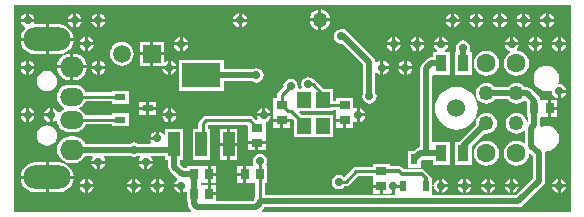
<source format=gbl>
G04*
G04 #@! TF.GenerationSoftware,Altium Limited,Altium Designer,18.1.11 (251)*
G04*
G04 Layer_Physical_Order=2*
G04 Layer_Color=16711680*
%FSLAX25Y25*%
%MOIN*%
G70*
G01*
G75*
%ADD14C,0.01181*%
%ADD15C,0.01000*%
%ADD16R,0.03740X0.02756*%
%ADD17R,0.02756X0.03740*%
%ADD37C,0.01968*%
%ADD39C,0.05906*%
%ADD40R,0.05906X0.05906*%
%ADD41C,0.06299*%
%ADD42C,0.04921*%
%ADD43C,0.06000*%
%ADD44O,0.07874X0.06890*%
%ADD45O,0.07874X0.05906*%
%ADD46O,0.15748X0.07874*%
%ADD47C,0.02756*%
%ADD48C,0.05000*%
%ADD49R,0.03740X0.05512*%
%ADD50R,0.02362X0.03543*%
%ADD51R,0.03543X0.02362*%
%ADD52R,0.04724X0.05512*%
%ADD53R,0.12795X0.08465*%
%ADD54R,0.03937X0.08465*%
G36*
X460583Y259000D02*
X357783Y259000D01*
X357576Y259500D01*
X358431Y260354D01*
X358512Y260477D01*
X443159D01*
X443934Y260631D01*
X444590Y261069D01*
X451431Y267910D01*
X451869Y268566D01*
X452023Y269340D01*
Y278441D01*
X451947Y278823D01*
X452367Y279273D01*
X452500Y279255D01*
X453599Y279400D01*
X454623Y279824D01*
X455502Y280498D01*
X456176Y281378D01*
X456600Y282401D01*
X456745Y283500D01*
X456600Y284599D01*
X456176Y285623D01*
X455502Y286502D01*
X454623Y287176D01*
X453599Y287600D01*
X452500Y287745D01*
X451401Y287600D01*
X450862Y287377D01*
X450423Y287737D01*
X450464Y287941D01*
Y290276D01*
X450818Y290630D01*
X451181D01*
X451319Y290630D01*
X453059D01*
Y293500D01*
Y296370D01*
X451319D01*
X451181Y296370D01*
X450819D01*
X450681Y296370D01*
X450402D01*
X450310Y296833D01*
X449871Y297490D01*
X447431Y299931D01*
X446774Y300369D01*
X446000Y300523D01*
X445310D01*
X444968Y300968D01*
X444245Y301523D01*
X443403Y301871D01*
X442500Y301991D01*
X441597Y301871D01*
X440755Y301523D01*
X440032Y300968D01*
X439690Y300523D01*
X435310D01*
X434968Y300968D01*
X434245Y301523D01*
X433403Y301871D01*
X432500Y301991D01*
X431597Y301871D01*
X430755Y301523D01*
X430032Y300968D01*
X429477Y300245D01*
X429128Y299403D01*
X429009Y298500D01*
X429128Y297597D01*
X429477Y296755D01*
X430032Y296032D01*
X430755Y295477D01*
X431597Y295128D01*
X432500Y295009D01*
X433403Y295128D01*
X434245Y295477D01*
X434968Y296032D01*
X435310Y296477D01*
X439690D01*
X440032Y296032D01*
X440755Y295477D01*
X441597Y295128D01*
X442500Y295009D01*
X443403Y295128D01*
X444245Y295477D01*
X444968Y296032D01*
X445015Y296093D01*
X445514Y296125D01*
X446063Y295576D01*
Y290630D01*
X446418D01*
Y289085D01*
X445918Y289052D01*
X445872Y289403D01*
X445523Y290245D01*
X444968Y290968D01*
X444245Y291523D01*
X443403Y291872D01*
X442500Y291990D01*
X441597Y291872D01*
X440755Y291523D01*
X440032Y290968D01*
X439477Y290245D01*
X439128Y289403D01*
X439010Y288500D01*
X439128Y287597D01*
X439477Y286755D01*
X440032Y286032D01*
X440755Y285477D01*
X441597Y285128D01*
X442500Y285010D01*
X443403Y285128D01*
X444245Y285477D01*
X444968Y286032D01*
X445003Y286078D01*
X445477Y285917D01*
Y282077D01*
X444977Y281830D01*
X444593Y282125D01*
X443583Y282543D01*
X442500Y282685D01*
X441417Y282543D01*
X440407Y282125D01*
X439540Y281459D01*
X438875Y280593D01*
X438457Y279583D01*
X438315Y278500D01*
X438457Y277417D01*
X438875Y276407D01*
X439540Y275540D01*
X440407Y274875D01*
X441417Y274457D01*
X442500Y274315D01*
X443583Y274457D01*
X444593Y274875D01*
X445460Y275540D01*
X446125Y276407D01*
X446543Y277417D01*
X446649Y278224D01*
X447177Y278403D01*
X447977Y277603D01*
Y270179D01*
X442321Y264523D01*
X414848D01*
X414421Y264701D01*
X414421Y265023D01*
Y267553D01*
X414921Y267602D01*
X414969Y267363D01*
X415083Y266789D01*
X415609Y266002D01*
X416395Y265477D01*
X416823Y265392D01*
Y267717D01*
Y270042D01*
X416395Y269957D01*
X415609Y269431D01*
X415083Y268644D01*
X414969Y268071D01*
X414921Y267831D01*
X414421Y267880D01*
Y270244D01*
X413862D01*
Y270260D01*
X413738Y270880D01*
X413387Y271407D01*
X412147Y272647D01*
X411621Y272998D01*
X411000Y273122D01*
X405172D01*
X404588Y273706D01*
X404062Y274057D01*
X403441Y274181D01*
X400370D01*
Y274937D01*
X394630D01*
Y274088D01*
X389189D01*
X388604Y273972D01*
X388107Y273640D01*
X385179Y270712D01*
X385051Y270724D01*
X384264Y271250D01*
X383336Y271434D01*
X382408Y271250D01*
X381622Y270724D01*
X381096Y269938D01*
X380911Y269010D01*
X381096Y268082D01*
X381622Y267295D01*
X382408Y266770D01*
X383336Y266585D01*
X384264Y266770D01*
X385051Y267295D01*
X385174Y267480D01*
X385640D01*
X386225Y267597D01*
X386721Y267928D01*
X389823Y271030D01*
X394630D01*
Y270181D01*
X394630D01*
Y269819D01*
X394630D01*
Y267941D01*
X397500D01*
Y267441D01*
X398000D01*
Y265063D01*
X400370D01*
X400370Y265063D01*
Y265063D01*
X400870Y265163D01*
X401000Y265137D01*
Y267462D01*
X402000D01*
Y264796D01*
X402159Y264659D01*
X402158Y264643D01*
X402077Y264523D01*
X358529D01*
Y268630D01*
X359378D01*
Y274370D01*
X359378D01*
X359147Y274803D01*
X359240Y274942D01*
X359424Y275870D01*
X359240Y276798D01*
X358714Y277585D01*
X357928Y278110D01*
X357000Y278295D01*
X356072Y278110D01*
X355286Y277585D01*
X354760Y276798D01*
X354575Y275870D01*
X354760Y274942D01*
X354853Y274803D01*
X354622Y274370D01*
X354260D01*
X354122Y274370D01*
X352382D01*
Y271500D01*
Y268630D01*
X354122D01*
X354260Y268630D01*
X354622D01*
X354760Y268630D01*
X355471D01*
Y263783D01*
X355131Y263274D01*
X355007Y262653D01*
X354877Y262523D01*
X342437D01*
Y264500D01*
X340059D01*
Y265000D01*
X339559D01*
Y267870D01*
X337681D01*
Y267870D01*
X337464D01*
X337347Y267952D01*
X337290Y268602D01*
X337318Y268630D01*
X337681D01*
X337819Y268630D01*
X339559D01*
Y271500D01*
Y274370D01*
X337819D01*
X337681Y274370D01*
X337319D01*
X337181Y274370D01*
X332563D01*
Y273523D01*
X331838D01*
X330468Y274893D01*
Y276252D01*
X331413D01*
Y286717D01*
X325476D01*
Y284692D01*
X324976Y284540D01*
X324549Y285179D01*
X323763Y285705D01*
X323335Y285790D01*
Y283465D01*
X322835D01*
Y282965D01*
X320510D01*
X320595Y282537D01*
X320791Y282244D01*
X320524Y281744D01*
X316252D01*
X315928Y281960D01*
X315000Y282145D01*
X314072Y281960D01*
X313748Y281744D01*
X298776D01*
X298686Y281962D01*
X297973Y282891D01*
X297045Y283603D01*
X295964Y284051D01*
X294803Y284204D01*
X293819D01*
X292658Y284051D01*
X291577Y283603D01*
X290649Y282891D01*
X289936Y281962D01*
X289488Y280881D01*
X289336Y279720D01*
X289488Y278560D01*
X289936Y277479D01*
X290649Y276550D01*
X291577Y275838D01*
X292658Y275390D01*
X293819Y275237D01*
X294803D01*
X295964Y275390D01*
X297045Y275838D01*
X297973Y276550D01*
X298686Y277479D01*
X298776Y277697D01*
X301191D01*
X301363Y277197D01*
X300910Y276519D01*
X300825Y276091D01*
X305475D01*
X305390Y276519D01*
X304936Y277197D01*
X305109Y277697D01*
X313748D01*
X314072Y277481D01*
X315000Y277296D01*
X315928Y277481D01*
X316252Y277697D01*
X316939D01*
X317111Y277197D01*
X316658Y276519D01*
X316573Y276091D01*
X321223D01*
X321138Y276519D01*
X320684Y277197D01*
X320857Y277697D01*
X325476D01*
Y276252D01*
X326422D01*
Y274055D01*
X326576Y273281D01*
X327014Y272625D01*
X329361Y270278D01*
X329342Y269664D01*
X328994Y269431D01*
X328469Y268644D01*
X328384Y268217D01*
X330709D01*
Y267717D01*
X331209D01*
Y265392D01*
X331637Y265477D01*
X332063Y265762D01*
X332563Y265494D01*
Y262130D01*
X332918D01*
Y261559D01*
X333072Y260785D01*
X333510Y260128D01*
X334139Y259500D01*
X333932Y259000D01*
X275000Y259000D01*
Y328000D01*
X460583Y328000D01*
Y259000D01*
D02*
G37*
%LPC*%
G36*
X377500Y326464D02*
Y323500D01*
X380464D01*
X380410Y323914D01*
X380057Y324765D01*
X379496Y325496D01*
X378765Y326057D01*
X377914Y326410D01*
X377500Y326464D01*
D02*
G37*
G36*
X376500D02*
X376086Y326410D01*
X375235Y326057D01*
X374504Y325496D01*
X373943Y324765D01*
X373590Y323914D01*
X373536Y323500D01*
X376500D01*
Y326464D01*
D02*
G37*
G36*
X453256Y325160D02*
Y323335D01*
X455081D01*
X454996Y323763D01*
X454471Y324549D01*
X453684Y325075D01*
X453256Y325160D01*
D02*
G37*
G36*
X452256D02*
X451828Y325075D01*
X451042Y324549D01*
X450516Y323763D01*
X450431Y323335D01*
X452256D01*
Y325160D01*
D02*
G37*
G36*
X445382D02*
Y323335D01*
X447207D01*
X447122Y323763D01*
X446596Y324549D01*
X445810Y325075D01*
X445382Y325160D01*
D02*
G37*
G36*
X444382D02*
X443954Y325075D01*
X443168Y324549D01*
X442642Y323763D01*
X442557Y323335D01*
X444382D01*
Y325160D01*
D02*
G37*
G36*
X437508D02*
Y323335D01*
X439333D01*
X439248Y323763D01*
X438723Y324549D01*
X437936Y325075D01*
X437508Y325160D01*
D02*
G37*
G36*
X436508D02*
X436080Y325075D01*
X435294Y324549D01*
X434768Y323763D01*
X434683Y323335D01*
X436508D01*
Y325160D01*
D02*
G37*
G36*
X429634D02*
Y323335D01*
X431459D01*
X431374Y323763D01*
X430849Y324549D01*
X430062Y325075D01*
X429634Y325160D01*
D02*
G37*
G36*
X428634D02*
X428206Y325075D01*
X427420Y324549D01*
X426894Y323763D01*
X426809Y323335D01*
X428634D01*
Y325160D01*
D02*
G37*
G36*
X421760D02*
Y323335D01*
X423585D01*
X423500Y323763D01*
X422974Y324549D01*
X422188Y325075D01*
X421760Y325160D01*
D02*
G37*
G36*
X420760D02*
X420332Y325075D01*
X419546Y324549D01*
X419020Y323763D01*
X418935Y323335D01*
X420760D01*
Y325160D01*
D02*
G37*
G36*
X350894D02*
Y323335D01*
X352719D01*
X352634Y323763D01*
X352108Y324549D01*
X351322Y325075D01*
X350894Y325160D01*
D02*
G37*
G36*
X349894D02*
X349466Y325075D01*
X348679Y324549D01*
X348154Y323763D01*
X348069Y323335D01*
X349894D01*
Y325160D01*
D02*
G37*
G36*
X303650D02*
Y323335D01*
X305475D01*
X305390Y323763D01*
X304864Y324549D01*
X304078Y325075D01*
X303650Y325160D01*
D02*
G37*
G36*
X302650D02*
X302222Y325075D01*
X301435Y324549D01*
X300910Y323763D01*
X300825Y323335D01*
X302650D01*
Y325160D01*
D02*
G37*
G36*
X295776D02*
Y323335D01*
X297601D01*
X297516Y323763D01*
X296990Y324549D01*
X296204Y325075D01*
X295776Y325160D01*
D02*
G37*
G36*
X294776D02*
X294348Y325075D01*
X293561Y324549D01*
X293036Y323763D01*
X292951Y323335D01*
X294776D01*
Y325160D01*
D02*
G37*
G36*
X280028D02*
Y323335D01*
X281853D01*
X281768Y323763D01*
X281242Y324549D01*
X280455Y325075D01*
X280028Y325160D01*
D02*
G37*
G36*
X279028D02*
X278600Y325075D01*
X277813Y324549D01*
X277288Y323763D01*
X277203Y323335D01*
X279028D01*
Y325160D01*
D02*
G37*
G36*
X455081Y322335D02*
X453256D01*
Y320510D01*
X453684Y320595D01*
X454471Y321120D01*
X454996Y321907D01*
X455081Y322335D01*
D02*
G37*
G36*
X452256D02*
X450431D01*
X450516Y321907D01*
X451042Y321120D01*
X451828Y320595D01*
X452256Y320510D01*
Y322335D01*
D02*
G37*
G36*
X447207D02*
X445382D01*
Y320510D01*
X445810Y320595D01*
X446596Y321120D01*
X447122Y321907D01*
X447207Y322335D01*
D02*
G37*
G36*
X444382D02*
X442557D01*
X442642Y321907D01*
X443168Y321120D01*
X443954Y320595D01*
X444382Y320510D01*
Y322335D01*
D02*
G37*
G36*
X439333D02*
X437508D01*
Y320510D01*
X437936Y320595D01*
X438723Y321120D01*
X439248Y321907D01*
X439333Y322335D01*
D02*
G37*
G36*
X436508D02*
X434683D01*
X434768Y321907D01*
X435294Y321120D01*
X436080Y320595D01*
X436508Y320510D01*
Y322335D01*
D02*
G37*
G36*
X431459D02*
X429634D01*
Y320510D01*
X430062Y320595D01*
X430849Y321120D01*
X431374Y321907D01*
X431459Y322335D01*
D02*
G37*
G36*
X428634D02*
X426809D01*
X426894Y321907D01*
X427420Y321120D01*
X428206Y320595D01*
X428634Y320510D01*
Y322335D01*
D02*
G37*
G36*
X423585D02*
X421760D01*
Y320510D01*
X422188Y320595D01*
X422974Y321120D01*
X423500Y321907D01*
X423585Y322335D01*
D02*
G37*
G36*
X420760D02*
X418935D01*
X419020Y321907D01*
X419546Y321120D01*
X420332Y320595D01*
X420760Y320510D01*
Y322335D01*
D02*
G37*
G36*
X352719D02*
X350894D01*
Y320510D01*
X351322Y320595D01*
X352108Y321120D01*
X352634Y321907D01*
X352719Y322335D01*
D02*
G37*
G36*
X349894D02*
X348069D01*
X348154Y321907D01*
X348679Y321120D01*
X349466Y320595D01*
X349894Y320510D01*
Y322335D01*
D02*
G37*
G36*
X305475D02*
X303650D01*
Y320510D01*
X304078Y320595D01*
X304864Y321120D01*
X305390Y321907D01*
X305475Y322335D01*
D02*
G37*
G36*
X302650D02*
X300825D01*
X300910Y321907D01*
X301435Y321120D01*
X302222Y320595D01*
X302650Y320510D01*
Y322335D01*
D02*
G37*
G36*
X297601D02*
X295776D01*
Y320510D01*
X296204Y320595D01*
X296990Y321120D01*
X297516Y321907D01*
X297601Y322335D01*
D02*
G37*
G36*
X294776D02*
X292951D01*
X293036Y321907D01*
X293561Y321120D01*
X294348Y320595D01*
X294776Y320510D01*
Y322335D01*
D02*
G37*
G36*
X384500Y320023D02*
X384002Y319924D01*
X384000Y319924D01*
X383072Y319740D01*
X382286Y319214D01*
X381760Y318428D01*
X381575Y317500D01*
X381760Y316572D01*
X382286Y315786D01*
X383072Y315260D01*
X384000Y315075D01*
X384470Y315169D01*
X391477Y308162D01*
Y298752D01*
X391260Y298428D01*
X391075Y297500D01*
X391260Y296572D01*
X391786Y295786D01*
X392572Y295260D01*
X393500Y295075D01*
X394428Y295260D01*
X395214Y295786D01*
X395740Y296572D01*
X395924Y297500D01*
X395740Y298428D01*
X395523Y298752D01*
Y305140D01*
X396023Y305306D01*
X396710Y304847D01*
X397138Y304762D01*
Y307087D01*
Y309412D01*
X396710Y309327D01*
X396023Y308868D01*
X395692Y308955D01*
X395508Y309079D01*
X395369Y309774D01*
X394931Y310431D01*
X385931Y319431D01*
X385274Y319869D01*
X384500Y320023D01*
D02*
G37*
G36*
X380464Y322500D02*
X377500D01*
Y319536D01*
X377914Y319590D01*
X378765Y319943D01*
X379496Y320504D01*
X380057Y321235D01*
X380410Y322086D01*
X380464Y322500D01*
D02*
G37*
G36*
X376500D02*
X373536D01*
X373590Y322086D01*
X373943Y321235D01*
X374504Y320504D01*
X375235Y319943D01*
X376086Y319590D01*
X376500Y319536D01*
Y322500D01*
D02*
G37*
G36*
X289980Y321511D02*
X286543D01*
Y317032D01*
X294894D01*
X294790Y317820D01*
X294293Y319021D01*
X293501Y320053D01*
X292470Y320844D01*
X291269Y321341D01*
X289980Y321511D01*
D02*
G37*
G36*
X281853Y322335D02*
X277203D01*
X277288Y321907D01*
X277813Y321120D01*
X278531Y320641D01*
X278662Y320111D01*
X278585Y320053D01*
X277794Y319021D01*
X277296Y317820D01*
X277192Y317032D01*
X285543D01*
Y321511D01*
X282106D01*
X282054Y321504D01*
X281781Y321973D01*
X281853Y322335D01*
D02*
G37*
G36*
X457193Y317286D02*
Y315461D01*
X459018D01*
X458933Y315889D01*
X458408Y316675D01*
X457621Y317201D01*
X457193Y317286D01*
D02*
G37*
G36*
X456193D02*
X455765Y317201D01*
X454979Y316675D01*
X454453Y315889D01*
X454368Y315461D01*
X456193D01*
Y317286D01*
D02*
G37*
G36*
X449319D02*
Y315461D01*
X451144D01*
X451059Y315889D01*
X450534Y316675D01*
X449747Y317201D01*
X449319Y317286D01*
D02*
G37*
G36*
X448319D02*
X447891Y317201D01*
X447105Y316675D01*
X446579Y315889D01*
X446494Y315461D01*
X448319D01*
Y317286D01*
D02*
G37*
G36*
X441445D02*
Y315461D01*
X443270D01*
X443185Y315889D01*
X442660Y316675D01*
X441873Y317201D01*
X441445Y317286D01*
D02*
G37*
G36*
X440445D02*
X440017Y317201D01*
X439231Y316675D01*
X438705Y315889D01*
X438620Y315461D01*
X440445D01*
Y317286D01*
D02*
G37*
G36*
X417823D02*
Y315461D01*
X419648D01*
X419563Y315889D01*
X419037Y316675D01*
X418251Y317201D01*
X417823Y317286D01*
D02*
G37*
G36*
X416823D02*
X416395Y317201D01*
X415609Y316675D01*
X415083Y315889D01*
X414998Y315461D01*
X416823D01*
Y317286D01*
D02*
G37*
G36*
X409949D02*
Y315461D01*
X411774D01*
X411689Y315889D01*
X411164Y316675D01*
X410377Y317201D01*
X409949Y317286D01*
D02*
G37*
G36*
X408949D02*
X408521Y317201D01*
X407735Y316675D01*
X407209Y315889D01*
X407124Y315461D01*
X408949D01*
Y317286D01*
D02*
G37*
G36*
X402075D02*
Y315461D01*
X403900D01*
X403815Y315889D01*
X403289Y316675D01*
X402503Y317201D01*
X402075Y317286D01*
D02*
G37*
G36*
X401075D02*
X400647Y317201D01*
X399861Y316675D01*
X399335Y315889D01*
X399250Y315461D01*
X401075D01*
Y317286D01*
D02*
G37*
G36*
X331209D02*
Y315461D01*
X333034D01*
X332949Y315889D01*
X332423Y316675D01*
X331637Y317201D01*
X331209Y317286D01*
D02*
G37*
G36*
X330209D02*
X329781Y317201D01*
X328994Y316675D01*
X328469Y315889D01*
X328384Y315461D01*
X330209D01*
Y317286D01*
D02*
G37*
G36*
X299713D02*
Y315461D01*
X301538D01*
X301453Y315889D01*
X300927Y316675D01*
X300141Y317201D01*
X299713Y317286D01*
D02*
G37*
G36*
X298713D02*
X298285Y317201D01*
X297498Y316675D01*
X296973Y315889D01*
X296888Y315461D01*
X298713D01*
Y317286D01*
D02*
G37*
G36*
X333034Y314461D02*
X331209D01*
Y312636D01*
X331637Y312721D01*
X332423Y313246D01*
X332949Y314033D01*
X333034Y314461D01*
D02*
G37*
G36*
X330209D02*
X328384D01*
X328469Y314033D01*
X328994Y313246D01*
X329781Y312721D01*
X330209Y312636D01*
Y314461D01*
D02*
G37*
G36*
X301538D02*
X299713D01*
Y312636D01*
X300141Y312721D01*
X300927Y313246D01*
X301453Y314033D01*
X301538Y314461D01*
D02*
G37*
G36*
X298713D02*
X296888D01*
X296973Y314033D01*
X297498Y313246D01*
X298285Y312721D01*
X298713Y312636D01*
Y314461D01*
D02*
G37*
G36*
X459018D02*
X457193D01*
Y312636D01*
X457621Y312721D01*
X458408Y313246D01*
X458933Y314033D01*
X459018Y314461D01*
D02*
G37*
G36*
X456193D02*
X454368D01*
X454453Y314033D01*
X454979Y313246D01*
X455765Y312721D01*
X456193Y312636D01*
Y314461D01*
D02*
G37*
G36*
X451144D02*
X449319D01*
Y312636D01*
X449747Y312721D01*
X450534Y313246D01*
X451059Y314033D01*
X451144Y314461D01*
D02*
G37*
G36*
X448319D02*
X446494D01*
X446579Y314033D01*
X447105Y313246D01*
X447891Y312721D01*
X448319Y312636D01*
Y314461D01*
D02*
G37*
G36*
X411774D02*
X409949D01*
Y312636D01*
X410377Y312721D01*
X411164Y313246D01*
X411689Y314033D01*
X411774Y314461D01*
D02*
G37*
G36*
X408949D02*
X407124D01*
X407209Y314033D01*
X407735Y313246D01*
X408521Y312721D01*
X408949Y312636D01*
Y314461D01*
D02*
G37*
G36*
X403900D02*
X402075D01*
Y312636D01*
X402503Y312721D01*
X403289Y313246D01*
X403815Y314033D01*
X403900Y314461D01*
D02*
G37*
G36*
X401075D02*
X399250D01*
X399335Y314033D01*
X399861Y313246D01*
X400647Y312721D01*
X401075Y312636D01*
Y314461D01*
D02*
G37*
G36*
X324953Y315669D02*
X321500D01*
Y312216D01*
X324953D01*
Y315669D01*
D02*
G37*
G36*
X320500D02*
X317047D01*
Y312216D01*
X320500D01*
Y315669D01*
D02*
G37*
G36*
X294894Y316032D02*
X286543D01*
Y311552D01*
X289980D01*
X291269Y311722D01*
X292470Y312219D01*
X293501Y313010D01*
X294293Y314042D01*
X294790Y315243D01*
X294894Y316032D01*
D02*
G37*
G36*
X285543D02*
X277192D01*
X277296Y315243D01*
X277794Y314042D01*
X278585Y313010D01*
X279616Y312219D01*
X280818Y311722D01*
X282106Y311552D01*
X285543D01*
Y316032D01*
D02*
G37*
G36*
X294811Y311762D02*
Y307780D01*
X299221D01*
X299134Y308440D01*
X298686Y309521D01*
X297973Y310450D01*
X297045Y311162D01*
X295964Y311610D01*
X294811Y311762D01*
D02*
G37*
G36*
X293811Y311762D02*
X292658Y311610D01*
X291577Y311162D01*
X290649Y310450D01*
X289936Y309521D01*
X289488Y308440D01*
X289402Y307780D01*
X293811D01*
Y311762D01*
D02*
G37*
G36*
X320500Y311216D02*
X317047D01*
Y307763D01*
X320500D01*
Y311216D01*
D02*
G37*
G36*
X311000Y315703D02*
X309968Y315567D01*
X309007Y315169D01*
X308181Y314535D01*
X307547Y313709D01*
X307149Y312748D01*
X307013Y311716D01*
X307149Y310684D01*
X307547Y309723D01*
X308181Y308897D01*
X309007Y308263D01*
X309968Y307865D01*
X311000Y307729D01*
X312032Y307865D01*
X312993Y308263D01*
X313819Y308897D01*
X314453Y309723D01*
X314851Y310684D01*
X314987Y311716D01*
X314851Y312748D01*
X314453Y313709D01*
X313819Y314535D01*
X312993Y315169D01*
X312032Y315567D01*
X311000Y315703D01*
D02*
G37*
G36*
X406012Y309412D02*
Y307587D01*
X407837D01*
X407752Y308015D01*
X407226Y308801D01*
X406440Y309327D01*
X406012Y309412D01*
D02*
G37*
G36*
X405012D02*
X404584Y309327D01*
X403798Y308801D01*
X403272Y308015D01*
X403187Y307587D01*
X405012D01*
Y309412D01*
D02*
G37*
G36*
X398138D02*
Y307587D01*
X399963D01*
X399878Y308015D01*
X399352Y308801D01*
X398566Y309327D01*
X398138Y309412D01*
D02*
G37*
G36*
X327272D02*
Y307587D01*
X329097D01*
X329012Y308015D01*
X328486Y308801D01*
X327700Y309327D01*
X327272Y309412D01*
D02*
G37*
G36*
X324953Y311216D02*
X321500D01*
Y307763D01*
X324088D01*
X324233Y307587D01*
X326272D01*
Y309412D01*
X325844Y309327D01*
X325453Y309065D01*
X324953Y309333D01*
Y311216D01*
D02*
G37*
G36*
X303650Y309412D02*
Y307587D01*
X305475D01*
X305390Y308015D01*
X304864Y308801D01*
X304078Y309327D01*
X303650Y309412D01*
D02*
G37*
G36*
X302650D02*
X302222Y309327D01*
X301435Y308801D01*
X300910Y308015D01*
X300825Y307587D01*
X302650D01*
Y309412D01*
D02*
G37*
G36*
X280028D02*
Y307587D01*
X281853D01*
X281768Y308015D01*
X281242Y308801D01*
X280455Y309327D01*
X280028Y309412D01*
D02*
G37*
G36*
X279028D02*
X278600Y309327D01*
X277813Y308801D01*
X277288Y308015D01*
X277203Y307587D01*
X279028D01*
Y309412D01*
D02*
G37*
G36*
X407837Y306587D02*
X406012D01*
Y304762D01*
X406440Y304847D01*
X407226Y305372D01*
X407752Y306159D01*
X407837Y306587D01*
D02*
G37*
G36*
X405012D02*
X403187D01*
X403272Y306159D01*
X403798Y305372D01*
X404584Y304847D01*
X405012Y304762D01*
Y306587D01*
D02*
G37*
G36*
X399963D02*
X398138D01*
Y304762D01*
X398566Y304847D01*
X399352Y305372D01*
X399878Y306159D01*
X399963Y306587D01*
D02*
G37*
G36*
X329097D02*
X327272D01*
Y304762D01*
X327700Y304847D01*
X328486Y305372D01*
X329012Y306159D01*
X329097Y306587D01*
D02*
G37*
G36*
X326272D02*
X324447D01*
X324532Y306159D01*
X325057Y305372D01*
X325844Y304847D01*
X326272Y304762D01*
Y306587D01*
D02*
G37*
G36*
X305475D02*
X303650D01*
Y304762D01*
X304078Y304847D01*
X304864Y305372D01*
X305390Y306159D01*
X305475Y306587D01*
D02*
G37*
G36*
X302650D02*
X300825D01*
X300910Y306159D01*
X301435Y305372D01*
X302222Y304847D01*
X302650Y304762D01*
Y306587D01*
D02*
G37*
G36*
X281853D02*
X280028D01*
Y304762D01*
X280455Y304847D01*
X281242Y305372D01*
X281768Y306159D01*
X281853Y306587D01*
D02*
G37*
G36*
X279028D02*
X277203D01*
X277288Y306159D01*
X277813Y305372D01*
X278600Y304847D01*
X279028Y304762D01*
Y306587D01*
D02*
G37*
G36*
X424697Y316138D02*
X423769Y315953D01*
X422983Y315428D01*
X422457Y314641D01*
X422272Y313713D01*
X422457Y312786D01*
X422477Y312756D01*
X422210Y312256D01*
X421913D01*
Y304744D01*
X427654D01*
Y312256D01*
X427138D01*
X426917Y312756D01*
X426937Y312786D01*
X427122Y313713D01*
X426937Y314641D01*
X426411Y315428D01*
X425625Y315953D01*
X424697Y316138D01*
D02*
G37*
G36*
X443270Y314461D02*
X438620D01*
X438705Y314033D01*
X439231Y313246D01*
X440017Y312721D01*
X440370Y312651D01*
X440422Y312131D01*
X440407Y312125D01*
X439540Y311459D01*
X438875Y310593D01*
X438457Y309583D01*
X438315Y308500D01*
X438457Y307417D01*
X438875Y306407D01*
X439540Y305540D01*
X440407Y304875D01*
X441417Y304457D01*
X442500Y304315D01*
X443583Y304457D01*
X444593Y304875D01*
X445460Y305540D01*
X446125Y306407D01*
X446543Y307417D01*
X446685Y308500D01*
X446543Y309583D01*
X446125Y310593D01*
X445460Y311459D01*
X444593Y312125D01*
X443583Y312543D01*
X442684Y312661D01*
X442560Y313180D01*
X442660Y313246D01*
X443185Y314033D01*
X443270Y314461D01*
D02*
G37*
G36*
X432500Y312685D02*
X431417Y312543D01*
X430407Y312125D01*
X429540Y311459D01*
X428875Y310593D01*
X428457Y309583D01*
X428315Y308500D01*
X428457Y307417D01*
X428875Y306407D01*
X429540Y305540D01*
X430407Y304875D01*
X431417Y304457D01*
X432500Y304315D01*
X433583Y304457D01*
X434593Y304875D01*
X435460Y305540D01*
X436125Y306407D01*
X436543Y307417D01*
X436685Y308500D01*
X436543Y309583D01*
X436125Y310593D01*
X435460Y311459D01*
X434593Y312125D01*
X433583Y312543D01*
X432500Y312685D01*
D02*
G37*
G36*
X299221Y306780D02*
X294811D01*
Y302797D01*
X295964Y302949D01*
X297045Y303397D01*
X297973Y304109D01*
X298686Y305038D01*
X299134Y306119D01*
X299221Y306780D01*
D02*
G37*
G36*
X293811D02*
X289402D01*
X289488Y306119D01*
X289936Y305038D01*
X290649Y304109D01*
X291577Y303397D01*
X292658Y302949D01*
X293811Y302797D01*
Y306780D01*
D02*
G37*
G36*
X344898Y309748D02*
X330102D01*
Y299284D01*
X344898D01*
Y302493D01*
X354574D01*
X354923Y302260D01*
X355850Y302076D01*
X356778Y302260D01*
X357565Y302786D01*
X358090Y303572D01*
X358275Y304500D01*
X358090Y305428D01*
X357565Y306214D01*
X356778Y306740D01*
X355850Y306925D01*
X354923Y306740D01*
X354622Y306539D01*
X344898D01*
Y309748D01*
D02*
G37*
G36*
X373161Y303947D02*
X372234Y303763D01*
X371447Y303237D01*
X370921Y302451D01*
X370737Y301523D01*
X370921Y300595D01*
X370967Y300528D01*
X370731Y300087D01*
X369917D01*
X369599Y300473D01*
X369704Y301000D01*
X369519Y301928D01*
X368994Y302714D01*
X368207Y303240D01*
X367280Y303425D01*
X366352Y303240D01*
X365565Y302714D01*
X365039Y301928D01*
X364855Y301000D01*
X364898Y300782D01*
X363139Y299022D01*
X362807Y298526D01*
X362691Y297941D01*
Y296937D01*
X361350D01*
Y292319D01*
X361350Y292181D01*
X361350D01*
Y291819D01*
X361350D01*
Y289941D01*
X367091D01*
Y290093D01*
X367552Y290285D01*
X368209Y289629D01*
Y283913D01*
X381232D01*
Y291425D01*
X370738D01*
X370050Y292113D01*
X370241Y292575D01*
X381232D01*
Y293030D01*
X382350D01*
Y292181D01*
X382350Y292181D01*
Y291819D01*
X382350D01*
X382350Y291681D01*
Y289941D01*
X385221D01*
Y289441D01*
X385720D01*
Y287063D01*
X388090D01*
Y289067D01*
X388531Y289302D01*
X388836Y289099D01*
X389264Y289014D01*
Y291339D01*
Y293664D01*
X388836Y293579D01*
X388531Y293375D01*
X388090Y293611D01*
Y296937D01*
X382350D01*
Y296088D01*
X381232D01*
Y300087D01*
X378230D01*
X375712Y302604D01*
X375216Y302936D01*
X375056Y302968D01*
X374876Y303237D01*
X374089Y303763D01*
X373161Y303947D01*
D02*
G37*
G36*
X286043Y305946D02*
X285166Y305831D01*
X284348Y305492D01*
X283645Y304953D01*
X283106Y304251D01*
X282768Y303433D01*
X282652Y302555D01*
X282768Y301677D01*
X283106Y300859D01*
X283645Y300157D01*
X284348Y299618D01*
X285166Y299279D01*
X286043Y299164D01*
X286921Y299279D01*
X287739Y299618D01*
X288441Y300157D01*
X288980Y300859D01*
X289319Y301677D01*
X289435Y302555D01*
X289319Y303433D01*
X288980Y304251D01*
X288441Y304953D01*
X287739Y305492D01*
X286921Y305831D01*
X286043Y305946D01*
D02*
G37*
G36*
X459018Y298713D02*
X457193D01*
Y296888D01*
X457621Y296973D01*
X458408Y297498D01*
X458933Y298285D01*
X459018Y298713D01*
D02*
G37*
G36*
X452500Y307745D02*
X451401Y307600D01*
X450378Y307176D01*
X449498Y306502D01*
X448824Y305623D01*
X448400Y304599D01*
X448255Y303500D01*
X448400Y302401D01*
X448824Y301378D01*
X449498Y300498D01*
X450378Y299824D01*
X451401Y299400D01*
X452500Y299255D01*
X453599Y299400D01*
X453893Y299521D01*
X454007Y299427D01*
X454283Y299142D01*
X454453Y298285D01*
X454979Y297498D01*
X455765Y296973D01*
X456193Y296888D01*
Y299213D01*
X456693D01*
Y299713D01*
X459018D01*
X458933Y300141D01*
X458408Y300927D01*
X457621Y301453D01*
X456815Y301613D01*
X456460Y302062D01*
X456600Y302401D01*
X456745Y303500D01*
X456600Y304599D01*
X456176Y305623D01*
X455502Y306502D01*
X454623Y307176D01*
X453599Y307600D01*
X452500Y307745D01*
D02*
G37*
G36*
X295295Y301424D02*
X293327D01*
X292295Y301288D01*
X291333Y300890D01*
X290508Y300256D01*
X289874Y299430D01*
X289476Y298469D01*
X289340Y297437D01*
X289476Y296405D01*
X289874Y295444D01*
X290508Y294618D01*
X291333Y293984D01*
X291849Y293771D01*
Y293229D01*
X291333Y293016D01*
X290508Y292382D01*
X290207Y291990D01*
X289672Y292114D01*
X289642Y292267D01*
X289116Y293053D01*
X288330Y293579D01*
X287902Y293664D01*
Y291339D01*
Y289014D01*
X288330Y289099D01*
X288851Y289447D01*
X289387Y289204D01*
X289476Y288531D01*
X289874Y287570D01*
X290508Y286744D01*
X291333Y286110D01*
X292295Y285712D01*
X293327Y285576D01*
X295295D01*
X296327Y285712D01*
X297289Y286110D01*
X298114Y286744D01*
X298748Y287570D01*
X299022Y288230D01*
X307701D01*
Y287579D01*
X313244D01*
Y291941D01*
X307701D01*
Y291289D01*
X298859D01*
X298748Y291556D01*
X298114Y292382D01*
X297289Y293016D01*
X296773Y293229D01*
Y293771D01*
X297289Y293984D01*
X298114Y294618D01*
X298748Y295444D01*
X298940Y295908D01*
X307701D01*
Y295059D01*
X313244D01*
Y299421D01*
X307701D01*
Y298966D01*
X298940D01*
X298748Y299430D01*
X298114Y300256D01*
X297289Y300890D01*
X296327Y301288D01*
X295295Y301424D01*
D02*
G37*
G36*
X454059Y296370D02*
Y294000D01*
X455937D01*
Y296370D01*
X454059D01*
D02*
G37*
G36*
X322299Y295681D02*
X320028D01*
Y294000D01*
X322299D01*
Y295681D01*
D02*
G37*
G36*
X319028D02*
X316756D01*
Y294000D01*
X319028D01*
Y295681D01*
D02*
G37*
G36*
X390264Y293664D02*
Y291839D01*
X392089D01*
X392004Y292267D01*
X391478Y293053D01*
X390692Y293579D01*
X390264Y293664D01*
D02*
G37*
G36*
X358768D02*
Y291839D01*
X360593D01*
X360508Y292267D01*
X359982Y293053D01*
X359196Y293579D01*
X358768Y293664D01*
D02*
G37*
G36*
X357768D02*
X357340Y293579D01*
X356554Y293053D01*
X356028Y292267D01*
X355943Y291839D01*
X357768D01*
Y293664D01*
D02*
G37*
G36*
X327272D02*
Y291839D01*
X329097D01*
X329012Y292267D01*
X328486Y293053D01*
X327700Y293579D01*
X327272Y293664D01*
D02*
G37*
G36*
X326272D02*
X325844Y293579D01*
X325057Y293053D01*
X324532Y292267D01*
X324447Y291839D01*
X326272D01*
Y293664D01*
D02*
G37*
G36*
X286902D02*
X286474Y293579D01*
X285687Y293053D01*
X285162Y292267D01*
X285077Y291839D01*
X286902D01*
Y293664D01*
D02*
G37*
G36*
X280028D02*
Y291839D01*
X281853D01*
X281768Y292267D01*
X281242Y293053D01*
X280455Y293579D01*
X280028Y293664D01*
D02*
G37*
G36*
X279028D02*
X278600Y293579D01*
X277813Y293053D01*
X277288Y292267D01*
X277203Y291839D01*
X279028D01*
Y293664D01*
D02*
G37*
G36*
X322299Y293000D02*
X320028D01*
Y291319D01*
X322299D01*
Y293000D01*
D02*
G37*
G36*
X319028D02*
X316756D01*
Y291319D01*
X319028D01*
Y293000D01*
D02*
G37*
G36*
X455937Y293000D02*
X454059D01*
Y290630D01*
X455937D01*
Y293000D01*
D02*
G37*
G36*
X329097Y290839D02*
X327272D01*
Y289014D01*
X327700Y289099D01*
X328486Y289624D01*
X329012Y290411D01*
X329097Y290839D01*
D02*
G37*
G36*
X326272D02*
X324447D01*
X324532Y290411D01*
X325057Y289624D01*
X325844Y289099D01*
X326272Y289014D01*
Y290839D01*
D02*
G37*
G36*
X286902D02*
X285077D01*
X285162Y290411D01*
X285687Y289624D01*
X286474Y289099D01*
X286902Y289014D01*
Y290839D01*
D02*
G37*
G36*
X281853D02*
X280028D01*
Y289014D01*
X280455Y289099D01*
X281242Y289624D01*
X281768Y290411D01*
X281853Y290839D01*
D02*
G37*
G36*
X279028D02*
X277203D01*
X277288Y290411D01*
X277813Y289624D01*
X278600Y289099D01*
X279028Y289014D01*
Y290839D01*
D02*
G37*
G36*
X392089D02*
X390264D01*
Y289014D01*
X390692Y289099D01*
X391478Y289624D01*
X392004Y290411D01*
X392089Y290839D01*
D02*
G37*
G36*
X384720Y288941D02*
X382350D01*
Y287063D01*
X384720D01*
Y288941D01*
D02*
G37*
G36*
X367091D02*
X364721D01*
Y287063D01*
X367091D01*
Y288941D01*
D02*
G37*
G36*
X363720D02*
X361350D01*
Y287063D01*
X363720D01*
Y288941D01*
D02*
G37*
G36*
X422500Y300637D02*
X421108Y300500D01*
X419769Y300094D01*
X418535Y299434D01*
X417454Y298546D01*
X416566Y297465D01*
X415906Y296231D01*
X415500Y294892D01*
X415363Y293500D01*
X415500Y292108D01*
X415906Y290769D01*
X416566Y289535D01*
X417454Y288454D01*
X418535Y287566D01*
X419769Y286907D01*
X421108Y286500D01*
X422500Y286363D01*
X423892Y286500D01*
X425231Y286907D01*
X426465Y287566D01*
X427546Y288454D01*
X428434Y289535D01*
X429094Y290769D01*
X429500Y292108D01*
X429637Y293500D01*
X429500Y294892D01*
X429094Y296231D01*
X428434Y297465D01*
X427546Y298546D01*
X426465Y299434D01*
X425231Y300094D01*
X423892Y300500D01*
X422500Y300637D01*
D02*
G37*
G36*
X432500Y291990D02*
X431597Y291872D01*
X430755Y291523D01*
X430032Y290968D01*
X429477Y290245D01*
X429128Y289403D01*
X429009Y288500D01*
X429083Y287944D01*
X423353Y282214D01*
X423341Y282197D01*
X421913D01*
Y274685D01*
X427654D01*
Y280792D01*
X431944Y285083D01*
X432500Y285010D01*
X433403Y285128D01*
X434245Y285477D01*
X434968Y286032D01*
X435523Y286755D01*
X435872Y287597D01*
X435990Y288500D01*
X435872Y289403D01*
X435523Y290245D01*
X434968Y290968D01*
X434245Y291523D01*
X433403Y291872D01*
X432500Y291990D01*
D02*
G37*
G36*
X322335Y285790D02*
X321907Y285705D01*
X321120Y285179D01*
X320595Y284392D01*
X320510Y283965D01*
X322335D01*
Y285790D01*
D02*
G37*
G36*
X353559Y291029D02*
X339000D01*
X338415Y290913D01*
X337919Y290581D01*
X336919Y289581D01*
X336587Y289085D01*
X336471Y288500D01*
Y286717D01*
X334531D01*
Y276252D01*
X340469D01*
Y286717D01*
X339529D01*
Y287866D01*
X339633Y287971D01*
X352715D01*
X353130Y287555D01*
Y284819D01*
X353130Y284681D01*
Y284319D01*
X353130Y284181D01*
Y282441D01*
X358870D01*
Y284181D01*
X358870Y284319D01*
Y284681D01*
X358870Y284819D01*
Y289034D01*
X359196Y289099D01*
X359982Y289624D01*
X360508Y290411D01*
X360593Y290839D01*
X355943D01*
X356028Y290411D01*
X356215Y290131D01*
X355971Y289631D01*
X355628Y289593D01*
X354641Y290581D01*
X354144Y290913D01*
X353559Y291029D01*
D02*
G37*
G36*
X349524Y286717D02*
X347055D01*
Y281984D01*
X349524D01*
Y286717D01*
D02*
G37*
G36*
X346055D02*
X343587D01*
Y281984D01*
X346055D01*
Y286717D01*
D02*
G37*
G36*
X286043Y287836D02*
X285166Y287720D01*
X284348Y287382D01*
X283645Y286843D01*
X283106Y286140D01*
X282768Y285323D01*
X282652Y284445D01*
X282768Y283567D01*
X283106Y282749D01*
X283645Y282047D01*
X284348Y281508D01*
X285166Y281169D01*
X286043Y281054D01*
X286921Y281169D01*
X287739Y281508D01*
X288441Y282047D01*
X288980Y282749D01*
X289319Y283567D01*
X289435Y284445D01*
X289319Y285323D01*
X288980Y286140D01*
X288441Y286843D01*
X287739Y287382D01*
X286921Y287720D01*
X286043Y287836D01*
D02*
G37*
G36*
X358870Y281441D02*
X356500D01*
Y279563D01*
X358870D01*
Y281441D01*
D02*
G37*
G36*
X355500D02*
X353130D01*
Y279563D01*
X355500D01*
Y281441D01*
D02*
G37*
G36*
X349524Y280984D02*
X347055D01*
Y276252D01*
X349524D01*
Y280984D01*
D02*
G37*
G36*
X346055D02*
X343587D01*
Y276252D01*
X346055D01*
Y280984D01*
D02*
G37*
G36*
X419648Y314461D02*
X414998D01*
X415083Y314033D01*
X415609Y313246D01*
X415945Y313022D01*
X416056Y312346D01*
X415987Y312256D01*
X414630D01*
Y310523D01*
X414083D01*
X413309Y310369D01*
X412653Y309931D01*
X411069Y308347D01*
X410631Y307691D01*
X410477Y306917D01*
Y280464D01*
X410413D01*
X409639Y280310D01*
X408983Y279872D01*
X408411Y279299D01*
X406319D01*
Y273756D01*
X410681D01*
Y275848D01*
X411251Y276418D01*
X414630D01*
Y274685D01*
X420370D01*
Y282197D01*
X414630D01*
X414523Y282653D01*
Y304288D01*
X414630Y304744D01*
X420370D01*
Y312256D01*
X418659D01*
X418590Y312346D01*
X418701Y313022D01*
X419037Y313246D01*
X419563Y314033D01*
X419648Y314461D01*
D02*
G37*
G36*
X432500Y282685D02*
X431417Y282543D01*
X430407Y282125D01*
X429540Y281459D01*
X428875Y280593D01*
X428457Y279583D01*
X428315Y278500D01*
X428457Y277417D01*
X428875Y276407D01*
X429540Y275540D01*
X430407Y274875D01*
X431417Y274457D01*
X432500Y274315D01*
X433583Y274457D01*
X434593Y274875D01*
X435460Y275540D01*
X436125Y276407D01*
X436543Y277417D01*
X436685Y278500D01*
X436543Y279583D01*
X436125Y280593D01*
X435460Y281459D01*
X434593Y282125D01*
X433583Y282543D01*
X432500Y282685D01*
D02*
G37*
G36*
X321223Y275091D02*
X319398D01*
Y273266D01*
X319826Y273351D01*
X320612Y273876D01*
X321138Y274663D01*
X321223Y275091D01*
D02*
G37*
G36*
X318398D02*
X316573D01*
X316658Y274663D01*
X317183Y273876D01*
X317970Y273351D01*
X318398Y273266D01*
Y275091D01*
D02*
G37*
G36*
X305475D02*
X303650D01*
Y273266D01*
X304078Y273351D01*
X304864Y273876D01*
X305390Y274663D01*
X305475Y275091D01*
D02*
G37*
G36*
X302650D02*
X300825D01*
X300910Y274663D01*
X301435Y273876D01*
X302222Y273351D01*
X302650Y273266D01*
Y275091D01*
D02*
G37*
G36*
X340559Y274370D02*
Y272000D01*
X342437D01*
Y274370D01*
X340559D01*
D02*
G37*
G36*
X351382D02*
X349504D01*
Y272000D01*
X351382D01*
Y274370D01*
D02*
G37*
G36*
X289980Y275448D02*
X286543D01*
Y270969D01*
X294894D01*
X294790Y271757D01*
X294293Y272958D01*
X293501Y273990D01*
X292470Y274781D01*
X291269Y275278D01*
X289980Y275448D01*
D02*
G37*
G36*
X285543D02*
X282106D01*
X280818Y275278D01*
X279616Y274781D01*
X278585Y273990D01*
X277794Y272958D01*
X277296Y271757D01*
X277192Y270969D01*
X285543D01*
Y275448D01*
D02*
G37*
G36*
X342437Y271000D02*
X340559D01*
Y268630D01*
X342437D01*
Y271000D01*
D02*
G37*
G36*
X351382Y271000D02*
X349504D01*
Y268630D01*
X351382D01*
Y271000D01*
D02*
G37*
G36*
X457193Y270042D02*
Y268217D01*
X459018D01*
X458933Y268644D01*
X458408Y269431D01*
X457621Y269957D01*
X457193Y270042D01*
D02*
G37*
G36*
X456193D02*
X455765Y269957D01*
X454979Y269431D01*
X454453Y268644D01*
X454368Y268217D01*
X456193D01*
Y270042D01*
D02*
G37*
G36*
X441445D02*
Y268217D01*
X443270D01*
X443185Y268644D01*
X442660Y269431D01*
X441873Y269957D01*
X441445Y270042D01*
D02*
G37*
G36*
X440445D02*
X440017Y269957D01*
X439231Y269431D01*
X438705Y268644D01*
X438620Y268217D01*
X440445D01*
Y270042D01*
D02*
G37*
G36*
X433571D02*
Y268217D01*
X435396D01*
X435311Y268644D01*
X434786Y269431D01*
X433999Y269957D01*
X433571Y270042D01*
D02*
G37*
G36*
X432571D02*
X432143Y269957D01*
X431357Y269431D01*
X430831Y268644D01*
X430746Y268217D01*
X432571D01*
Y270042D01*
D02*
G37*
G36*
X425697D02*
Y268217D01*
X427522D01*
X427437Y268644D01*
X426911Y269431D01*
X426125Y269957D01*
X425697Y270042D01*
D02*
G37*
G36*
X424697D02*
X424269Y269957D01*
X423483Y269431D01*
X422957Y268644D01*
X422872Y268217D01*
X424697D01*
Y270042D01*
D02*
G37*
G36*
X417823D02*
Y268217D01*
X419648D01*
X419563Y268644D01*
X419037Y269431D01*
X418251Y269957D01*
X417823Y270042D01*
D02*
G37*
G36*
X323335D02*
Y268217D01*
X325160D01*
X325075Y268644D01*
X324549Y269431D01*
X323763Y269957D01*
X323335Y270042D01*
D02*
G37*
G36*
X322335D02*
X321907Y269957D01*
X321120Y269431D01*
X320595Y268644D01*
X320510Y268217D01*
X322335D01*
Y270042D01*
D02*
G37*
G36*
X315461D02*
Y268217D01*
X317286D01*
X317201Y268644D01*
X316675Y269431D01*
X315889Y269957D01*
X315461Y270042D01*
D02*
G37*
G36*
X314461D02*
X314033Y269957D01*
X313246Y269431D01*
X312721Y268644D01*
X312636Y268217D01*
X314461D01*
Y270042D01*
D02*
G37*
G36*
X299713D02*
Y268217D01*
X301538D01*
X301453Y268644D01*
X300927Y269431D01*
X300141Y269957D01*
X299713Y270042D01*
D02*
G37*
G36*
X298713D02*
X298285Y269957D01*
X297498Y269431D01*
X296973Y268644D01*
X296888Y268217D01*
X298713D01*
Y270042D01*
D02*
G37*
G36*
X342437Y267870D02*
X340559D01*
Y265500D01*
X342437D01*
Y267870D01*
D02*
G37*
G36*
X294894Y269969D02*
X286543D01*
Y265489D01*
X289980D01*
X291269Y265659D01*
X292470Y266156D01*
X293501Y266947D01*
X294293Y267979D01*
X294790Y269180D01*
X294894Y269969D01*
D02*
G37*
G36*
X285543D02*
X277192D01*
X277296Y269180D01*
X277794Y267979D01*
X278585Y266947D01*
X279616Y266156D01*
X280818Y265659D01*
X282106Y265489D01*
X285543D01*
Y269969D01*
D02*
G37*
G36*
X459018Y267217D02*
X457193D01*
Y265392D01*
X457621Y265477D01*
X458408Y266002D01*
X458933Y266789D01*
X459018Y267217D01*
D02*
G37*
G36*
X456193D02*
X454368D01*
X454453Y266789D01*
X454979Y266002D01*
X455765Y265477D01*
X456193Y265392D01*
Y267217D01*
D02*
G37*
G36*
X443270D02*
X441445D01*
Y265392D01*
X441873Y265477D01*
X442660Y266002D01*
X443185Y266789D01*
X443270Y267217D01*
D02*
G37*
G36*
X440445D02*
X438620D01*
X438705Y266789D01*
X439231Y266002D01*
X440017Y265477D01*
X440445Y265392D01*
Y267217D01*
D02*
G37*
G36*
X435396D02*
X433571D01*
Y265392D01*
X433999Y265477D01*
X434786Y266002D01*
X435311Y266789D01*
X435396Y267217D01*
D02*
G37*
G36*
X432571D02*
X430746D01*
X430831Y266789D01*
X431357Y266002D01*
X432143Y265477D01*
X432571Y265392D01*
Y267217D01*
D02*
G37*
G36*
X427522D02*
X425697D01*
Y265392D01*
X426125Y265477D01*
X426911Y266002D01*
X427437Y266789D01*
X427522Y267217D01*
D02*
G37*
G36*
X424697D02*
X422872D01*
X422957Y266789D01*
X423483Y266002D01*
X424269Y265477D01*
X424697Y265392D01*
Y267217D01*
D02*
G37*
G36*
X419648D02*
X417823D01*
Y265392D01*
X418251Y265477D01*
X419037Y266002D01*
X419563Y266789D01*
X419648Y267217D01*
D02*
G37*
G36*
X330209D02*
X328384D01*
X328469Y266789D01*
X328994Y266002D01*
X329781Y265477D01*
X330209Y265392D01*
Y267217D01*
D02*
G37*
G36*
X325160D02*
X323335D01*
Y265392D01*
X323763Y265477D01*
X324549Y266002D01*
X325075Y266789D01*
X325160Y267217D01*
D02*
G37*
G36*
X322335D02*
X320510D01*
X320595Y266789D01*
X321120Y266002D01*
X321907Y265477D01*
X322335Y265392D01*
Y267217D01*
D02*
G37*
G36*
X317286D02*
X315461D01*
Y265392D01*
X315889Y265477D01*
X316675Y266002D01*
X317201Y266789D01*
X317286Y267217D01*
D02*
G37*
G36*
X314461D02*
X312636D01*
X312721Y266789D01*
X313246Y266002D01*
X314033Y265477D01*
X314461Y265392D01*
Y267217D01*
D02*
G37*
G36*
X301538D02*
X299713D01*
Y265392D01*
X300141Y265477D01*
X300927Y266002D01*
X301453Y266789D01*
X301538Y267217D01*
D02*
G37*
G36*
X298713D02*
X296888D01*
X296973Y266789D01*
X297498Y266002D01*
X298285Y265477D01*
X298713Y265392D01*
Y267217D01*
D02*
G37*
G36*
X397000Y266941D02*
X394630D01*
Y265063D01*
X397000D01*
Y266941D01*
D02*
G37*
%LPD*%
D14*
X397500Y272559D02*
X403441D01*
X404500Y271500D01*
X411000D01*
X412240Y270260D01*
Y267472D02*
Y270260D01*
D15*
X383336Y269010D02*
X385640D01*
X389189Y272559D01*
X397500D01*
X374630Y301523D02*
X378846Y297307D01*
X377870Y296331D02*
X378846Y297307D01*
X373161Y301523D02*
X374630D01*
X294311Y289563D02*
X294508Y289760D01*
X310472D01*
X401500Y267462D02*
X401510Y267472D01*
X404760D01*
X357000Y262500D02*
Y275870D01*
X364220Y297941D02*
X367280Y301000D01*
X364220Y294559D02*
Y297941D01*
X367500Y292500D02*
X371571Y288429D01*
X366280Y292500D02*
X367500D01*
X371571Y287669D02*
Y288429D01*
X379642Y294559D02*
X385221D01*
X377870Y296331D02*
X379642Y294559D01*
X364220D02*
X366280Y292500D01*
X337500Y281484D02*
X338000Y281984D01*
Y288500D01*
X339000Y289500D01*
X353559D01*
X356000Y287059D01*
X326681Y279720D02*
X328445Y281484D01*
X310276Y297437D02*
X310472Y297240D01*
X294311Y297437D02*
X310276D01*
D16*
X397500Y272559D02*
D03*
Y267441D02*
D03*
X356000Y287059D02*
D03*
Y281941D02*
D03*
X385221Y294559D02*
D03*
Y289441D02*
D03*
X364220Y294559D02*
D03*
Y289441D02*
D03*
D17*
X351882Y271500D02*
D03*
X357000D02*
D03*
X448441Y293500D02*
D03*
X453559D02*
D03*
X334941Y271500D02*
D03*
X340059D02*
D03*
X334941Y265000D02*
D03*
X340059D02*
D03*
D37*
X424697Y313713D02*
X424784Y313627D01*
Y308500D02*
Y313627D01*
X424500Y308784D02*
X424784Y308500D01*
X384500Y318000D02*
X393500Y309000D01*
X357000Y262500D02*
X443159D01*
X357000Y261785D02*
Y262500D01*
X443159D02*
X450000Y269340D01*
X414083Y308500D02*
X417500D01*
X412500Y306917D02*
X414083Y308500D01*
X412500Y278441D02*
Y306917D01*
Y278441D02*
X417500D01*
X410413D02*
X412500D01*
X408500Y276528D02*
X410413Y278441D01*
X424784Y280784D02*
X432500Y288500D01*
X424784Y278441D02*
Y280784D01*
X442500Y298500D02*
X446000D01*
X432500D02*
X442500D01*
X432000D02*
X432500D01*
X446000D02*
X448441Y296059D01*
Y293500D02*
Y296059D01*
X450000Y269340D02*
Y278441D01*
X447500Y280941D02*
X450000Y278441D01*
X447500Y280941D02*
Y287000D01*
X448441Y287941D02*
Y293500D01*
X447500Y287000D02*
X448441Y287941D01*
X384000Y317500D02*
X384500Y318000D01*
X393500Y297500D02*
Y309000D01*
X355715Y260500D02*
X357000Y261785D01*
X336000Y260500D02*
X355715D01*
X334941Y261559D02*
X336000Y260500D01*
X334941Y261559D02*
Y265000D01*
X355835Y304516D02*
X355850Y304500D01*
X337500Y304516D02*
X355835D01*
X294311Y279720D02*
X315000D01*
X326681D01*
X331000Y271500D02*
X334941D01*
X328445Y274055D02*
X331000Y271500D01*
X328445Y274055D02*
Y281484D01*
X334941Y265000D02*
Y271500D01*
D39*
X311000Y311716D02*
D03*
D40*
X321000D02*
D03*
D41*
X432500Y308500D02*
D03*
Y278500D02*
D03*
X442500D02*
D03*
Y308500D02*
D03*
D42*
X432500Y298500D02*
D03*
Y288500D02*
D03*
X442500Y298500D02*
D03*
Y288500D02*
D03*
D43*
X422500Y293500D02*
D03*
D44*
X294311Y307279D02*
D03*
Y279720D02*
D03*
D45*
Y297437D02*
D03*
Y289563D02*
D03*
D46*
X286043Y270468D02*
D03*
Y316531D02*
D03*
D47*
X424697Y313713D02*
D03*
X383336Y269010D02*
D03*
X373161Y301523D02*
D03*
X456693Y314961D02*
D03*
Y299213D02*
D03*
Y267717D02*
D03*
X452756Y322835D02*
D03*
X448819Y314961D02*
D03*
X444882Y322835D02*
D03*
X440945Y314961D02*
D03*
Y267717D02*
D03*
X437008Y322835D02*
D03*
X433071Y267717D02*
D03*
X429134Y322835D02*
D03*
X425197Y267717D02*
D03*
X421260Y322835D02*
D03*
X417323Y314961D02*
D03*
Y267717D02*
D03*
X409449Y314961D02*
D03*
X401575D02*
D03*
X405512Y307087D02*
D03*
X397638D02*
D03*
X389764Y291339D02*
D03*
X358268D02*
D03*
X350394Y322835D02*
D03*
X330709Y314961D02*
D03*
Y267717D02*
D03*
X326772Y307087D02*
D03*
Y291339D02*
D03*
X322835Y283465D02*
D03*
Y267717D02*
D03*
X318898Y275591D02*
D03*
X314961Y267717D02*
D03*
X303150Y322835D02*
D03*
X299213Y314961D02*
D03*
X303150Y307087D02*
D03*
Y275591D02*
D03*
X299213Y267717D02*
D03*
X295276Y322835D02*
D03*
X287402Y291339D02*
D03*
X279528Y322835D02*
D03*
Y307087D02*
D03*
Y291339D02*
D03*
X401500Y267462D02*
D03*
X384000Y317500D02*
D03*
X393500Y297500D02*
D03*
X355850Y304500D02*
D03*
X357000Y275870D02*
D03*
X315000Y279720D02*
D03*
X367280Y301000D02*
D03*
D48*
X377000Y323000D02*
D03*
D49*
X424784Y308500D02*
D03*
X417500D02*
D03*
X424784Y278441D02*
D03*
X417500D02*
D03*
D50*
X408500Y276528D02*
D03*
X404760Y267472D02*
D03*
X412240D02*
D03*
D51*
X319528Y293500D02*
D03*
X310472Y297240D02*
D03*
Y289760D02*
D03*
D52*
X377870Y287669D02*
D03*
X371571D02*
D03*
X377870Y296331D02*
D03*
X371571D02*
D03*
D53*
X337500Y304516D02*
D03*
D54*
X328445Y281484D02*
D03*
X337500D02*
D03*
X346555D02*
D03*
M02*

</source>
